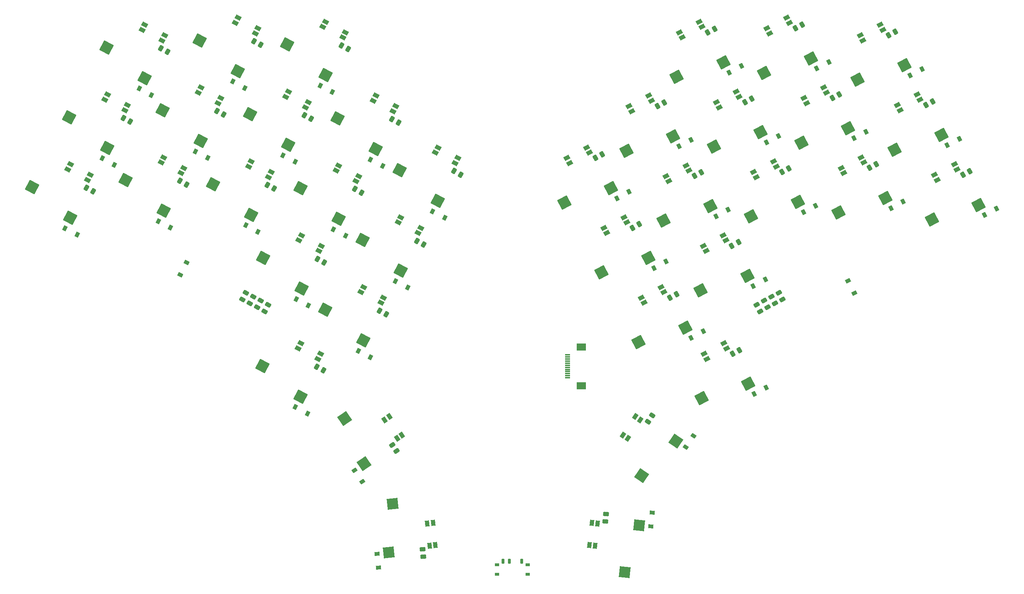
<source format=gbp>
G04 #@! TF.GenerationSoftware,KiCad,Pcbnew,8.0.1*
G04 #@! TF.CreationDate,2025-01-05T22:43:36+02:00*
G04 #@! TF.ProjectId,DeeDee_v1,44656544-6565-45f7-9631-2e6b69636164,v1.0.0*
G04 #@! TF.SameCoordinates,Original*
G04 #@! TF.FileFunction,Paste,Bot*
G04 #@! TF.FilePolarity,Positive*
%FSLAX46Y46*%
G04 Gerber Fmt 4.6, Leading zero omitted, Abs format (unit mm)*
G04 Created by KiCad (PCBNEW 8.0.1) date 2025-01-05 22:43:36*
%MOMM*%
%LPD*%
G01*
G04 APERTURE LIST*
G04 Aperture macros list*
%AMRoundRect*
0 Rectangle with rounded corners*
0 $1 Rounding radius*
0 $2 $3 $4 $5 $6 $7 $8 $9 X,Y pos of 4 corners*
0 Add a 4 corners polygon primitive as box body*
4,1,4,$2,$3,$4,$5,$6,$7,$8,$9,$2,$3,0*
0 Add four circle primitives for the rounded corners*
1,1,$1+$1,$2,$3*
1,1,$1+$1,$4,$5*
1,1,$1+$1,$6,$7*
1,1,$1+$1,$8,$9*
0 Add four rect primitives between the rounded corners*
20,1,$1+$1,$2,$3,$4,$5,0*
20,1,$1+$1,$4,$5,$6,$7,0*
20,1,$1+$1,$6,$7,$8,$9,0*
20,1,$1+$1,$8,$9,$2,$3,0*%
%AMRotRect*
0 Rectangle, with rotation*
0 The origin of the aperture is its center*
0 $1 length*
0 $2 width*
0 $3 Rotation angle, in degrees counterclockwise*
0 Add horizontal line*
21,1,$1,$2,0,0,$3*%
G04 Aperture macros list end*
%ADD10R,1.300000X0.300000*%
%ADD11R,2.200000X1.800000*%
%ADD12RoundRect,0.250000X0.519855X0.034014X0.226279X0.469259X-0.519855X-0.034014X-0.226279X-0.469259X0*%
%ADD13RoundRect,0.250000X0.474974X-0.214024X0.420096X0.308100X-0.474974X0.214024X-0.420096X-0.308100X0*%
%ADD14RoundRect,0.250000X0.443036X0.274090X-0.020512X0.520563X-0.443036X-0.274090X0.020512X-0.520563X0*%
%ADD15RoundRect,0.250000X-0.020512X-0.520563X0.443036X-0.274090X0.020512X0.520563X-0.443036X0.274090X0*%
%ADD16RoundRect,0.250000X0.420096X-0.308100X0.474974X0.214024X-0.420096X0.308100X-0.474974X-0.214024X0*%
%ADD17RoundRect,0.250000X0.226279X-0.469259X0.519855X-0.034014X-0.226279X0.469259X-0.519855X0.034014X0*%
%ADD18RoundRect,0.250000X0.274090X-0.443036X0.520563X0.020512X-0.274090X0.443036X-0.520563X-0.020512X0*%
%ADD19RoundRect,0.090000X-0.210000X-0.535000X0.210000X-0.535000X0.210000X0.535000X-0.210000X0.535000X0*%
%ADD20RoundRect,0.105000X0.445000X-0.245000X0.445000X0.245000X-0.445000X0.245000X-0.445000X-0.245000X0*%
%ADD21RoundRect,0.250000X0.520563X-0.020512X0.274090X0.443036X-0.520563X0.020512X-0.274090X-0.443036X0*%
%ADD22RotRect,1.400000X1.000000X28.000000*%
%ADD23RotRect,0.900000X1.200000X96.000000*%
%ADD24RotRect,2.600000X2.600000X152.000000*%
%ADD25RotRect,0.900000X1.200000X124.000000*%
%ADD26RotRect,1.400000X1.000000X332.000000*%
%ADD27RotRect,2.600000X2.600000X208.000000*%
%ADD28RotRect,0.900000X1.200000X152.000000*%
%ADD29RotRect,0.900000X1.200000X62.000000*%
%ADD30RotRect,2.600000X2.600000X264.000000*%
%ADD31RotRect,0.900000X1.200000X208.000000*%
%ADD32RotRect,1.400000X1.000000X84.000000*%
%ADD33RotRect,1.400000X1.000000X56.000000*%
%ADD34RotRect,1.400000X1.000000X304.000000*%
%ADD35RotRect,2.600000X2.600000X236.000000*%
%ADD36RotRect,2.600000X2.600000X96.000000*%
%ADD37RotRect,2.600000X2.600000X124.000000*%
%ADD38RotRect,0.900000X1.200000X264.000000*%
%ADD39RotRect,0.900000X1.200000X236.000000*%
%ADD40RotRect,0.900000X1.200000X118.000000*%
%ADD41RotRect,1.400000X1.000000X276.000000*%
G04 APERTURE END LIST*
D10*
X219056467Y-144986688D03*
X219056468Y-144486689D03*
X219056467Y-143986688D03*
X219056466Y-143486687D03*
X219056466Y-142986689D03*
X219056467Y-142486688D03*
X219056467Y-141986688D03*
X219056466Y-141486687D03*
X219056466Y-140986689D03*
X219056467Y-140486688D03*
X219056470Y-139986688D03*
X219056467Y-139486688D03*
D11*
X222306466Y-137586688D03*
X222306466Y-146886688D03*
D12*
X178014106Y-162621365D03*
X176993576Y-161108373D03*
D13*
X184401861Y-188005294D03*
X184211097Y-186190294D03*
D14*
X169579444Y-100490099D03*
X167968062Y-99633315D03*
X193397521Y-96165841D03*
X191786139Y-95309057D03*
X160457012Y-143207555D03*
X158845630Y-142350771D03*
D15*
X258458503Y-113275592D03*
X260069885Y-112418808D03*
X291541037Y-94552725D03*
X293152419Y-93695941D03*
X261619832Y-78750153D03*
X263231214Y-77893369D03*
D14*
X178499407Y-83714091D03*
X176888025Y-82857307D03*
D16*
X228099570Y-179551858D03*
X228290334Y-177736858D03*
D15*
X270539794Y-95526153D03*
X272151176Y-94669369D03*
X313950702Y-96228138D03*
X315562084Y-95371354D03*
D14*
X166418115Y-65964656D03*
X164806733Y-65107872D03*
X127576949Y-98543237D03*
X125965567Y-97686453D03*
D17*
X238351970Y-155574546D03*
X239372502Y-154061554D03*
D15*
X240618582Y-79723584D03*
X242229964Y-78866800D03*
X273701113Y-61000716D03*
X275312495Y-60143932D03*
D14*
X175557605Y-129717851D03*
X173946223Y-128861067D03*
D18*
X140970743Y-126178518D03*
X141827529Y-124567139D03*
X142758711Y-127129199D03*
X143615499Y-125517818D03*
X144546681Y-128079880D03*
X145403469Y-126468499D03*
X146334651Y-129030559D03*
X147191437Y-127419180D03*
D15*
X243560382Y-125727347D03*
X245171764Y-124870563D03*
X258660978Y-139217045D03*
X260272360Y-138360261D03*
X225720466Y-92175336D03*
X227331848Y-91318552D03*
X282621078Y-77776722D03*
X284232460Y-76919938D03*
X252699872Y-61974153D03*
X254311254Y-61117369D03*
X296110784Y-62676130D03*
X297722166Y-61819346D03*
D19*
X208056467Y-189101038D03*
X205056468Y-189101040D03*
X203556469Y-189101040D03*
D20*
X209506469Y-192251040D03*
X209506469Y-189951041D03*
X202106467Y-192251037D03*
X202106467Y-189951038D03*
D14*
X105167283Y-100218644D03*
X103555901Y-99361860D03*
X123007199Y-66666638D03*
X121395817Y-65809854D03*
X160659484Y-117266102D03*
X159048102Y-116409318D03*
X184477559Y-112941845D03*
X182866177Y-112085061D03*
X157498154Y-82740662D03*
X155886772Y-81883878D03*
X136496904Y-81767234D03*
X134885522Y-80910450D03*
X114087243Y-83442640D03*
X112475861Y-82585856D03*
D21*
X265278285Y-129030559D03*
X264421499Y-127419180D03*
X267066255Y-128079880D03*
X266209469Y-126468499D03*
X268854223Y-127129199D03*
X267997437Y-125517818D03*
X270642193Y-126178518D03*
X269785407Y-124567139D03*
D15*
X249538543Y-96499590D03*
X251149925Y-95642806D03*
D14*
X148578196Y-99516662D03*
X146966814Y-98659878D03*
D15*
X305030744Y-79452133D03*
X306642126Y-78595349D03*
X234640426Y-108951339D03*
X236251808Y-108094555D03*
D14*
X145416866Y-64991222D03*
X143805484Y-64134438D03*
D22*
X269131860Y-94236145D03*
X268474599Y-93000017D03*
X263706682Y-95535163D03*
X264363943Y-96771291D03*
D23*
X173667328Y-190629234D03*
X173322384Y-187347312D03*
D22*
X290133113Y-93262711D03*
X289475852Y-92026583D03*
X284707935Y-94561729D03*
X285365196Y-95797857D03*
D24*
X173006647Y-90023989D03*
X163841438Y-82659106D03*
D22*
X257253052Y-137927030D03*
X256595791Y-136690902D03*
X251827874Y-139226048D03*
X252485135Y-140462176D03*
D25*
X169767937Y-169977718D03*
X167922601Y-167241894D03*
D26*
X168250232Y-97744718D03*
X168907493Y-96508590D03*
X164139576Y-93973444D03*
X163482315Y-95209572D03*
D22*
X224312540Y-90885320D03*
X223655279Y-89649192D03*
X218887362Y-92184338D03*
X219544623Y-93420466D03*
D27*
X299881795Y-69901497D03*
X288650912Y-73381408D03*
D24*
X139924108Y-71301125D03*
X130758899Y-63936242D03*
D26*
X183148352Y-110196469D03*
X183805613Y-108960341D03*
X179037696Y-106425195D03*
X178380435Y-107661323D03*
D28*
X162590785Y-76331274D03*
X159677057Y-74782020D03*
X189570193Y-106532456D03*
X186656465Y-104983202D03*
D29*
X126060987Y-120218702D03*
X127610241Y-117304974D03*
D26*
X174228389Y-126972471D03*
X174885650Y-125736343D03*
X170117733Y-123201197D03*
X169460472Y-124437325D03*
D28*
X156629682Y-153574168D03*
X153715954Y-152024914D03*
X156832156Y-127632716D03*
X153918428Y-126083462D03*
D26*
X165088903Y-63219277D03*
X165746164Y-61983149D03*
X160978247Y-59448003D03*
X160320986Y-60684131D03*
D27*
X317721713Y-103453509D03*
X306490830Y-106933420D03*
D26*
X103838074Y-97473268D03*
X104495335Y-96237140D03*
X99727418Y-93701994D03*
X99070157Y-94938122D03*
D30*
X236198386Y-180465925D03*
X232803135Y-191722689D03*
D26*
X121677993Y-63921259D03*
X122335254Y-62685131D03*
X117567337Y-60149985D03*
X116910076Y-61386113D03*
D31*
X257604024Y-104612746D03*
X254690296Y-106161998D03*
D24*
X164086689Y-106799995D03*
X154921480Y-99435112D03*
D22*
X248130619Y-95209577D03*
X247473358Y-93973449D03*
X242705441Y-96508595D03*
X243362702Y-97744723D03*
D26*
X156168944Y-79995285D03*
X156826205Y-78759157D03*
X152058288Y-76224011D03*
X151401027Y-77460139D03*
D27*
X262431990Y-146442412D03*
X251201107Y-149922323D03*
D31*
X313096221Y-87565287D03*
X310182493Y-89114539D03*
D24*
X154964251Y-149517458D03*
X145799042Y-142152575D03*
D31*
X260765351Y-70087306D03*
X257851623Y-71636558D03*
X304176264Y-70789282D03*
X301262536Y-72338534D03*
X233785942Y-100288489D03*
X230872214Y-101837741D03*
D27*
X229491476Y-99400699D03*
X218260593Y-102880610D03*
D28*
X119179876Y-77033251D03*
X116266148Y-75483997D03*
D27*
X265390844Y-85975525D03*
X254159961Y-89455436D03*
D28*
X165752114Y-110856710D03*
X162838386Y-109307456D03*
D31*
X242705904Y-117064491D03*
X239792176Y-118613743D03*
D28*
X174672074Y-94080707D03*
X171758346Y-92531453D03*
D24*
X122084193Y-104853134D03*
X112918984Y-97488251D03*
X108594487Y-89752538D03*
X99429278Y-82387655D03*
D31*
X322016183Y-104341294D03*
X319102455Y-105890546D03*
D27*
X277472131Y-68226087D03*
X266241248Y-71705998D03*
D28*
X141589536Y-75357844D03*
X138675808Y-73808590D03*
D22*
X233232497Y-107661323D03*
X232575236Y-106425195D03*
X227807319Y-108960341D03*
X228464580Y-110196469D03*
X239210654Y-78433569D03*
X238553393Y-77197441D03*
X233785476Y-79732587D03*
X234442737Y-80968715D03*
D31*
X290686560Y-85889877D03*
X287772832Y-87439129D03*
X299606518Y-102665878D03*
X296692790Y-104215130D03*
D27*
X262229511Y-120500958D03*
X250998628Y-123980869D03*
D32*
X226242788Y-179997717D03*
X224850458Y-179851378D03*
X224286004Y-185221797D03*
X225678334Y-185368136D03*
D26*
X159127795Y-140462175D03*
X159785056Y-139226047D03*
X155017139Y-136690901D03*
X154359878Y-137927029D03*
D24*
X99674528Y-106528543D03*
X90509319Y-99163660D03*
D27*
X256470880Y-69199514D03*
X245239997Y-72679425D03*
D24*
X131004151Y-88077127D03*
X121838942Y-80712244D03*
D26*
X192068307Y-93420465D03*
X192725568Y-92184337D03*
X187957651Y-89649191D03*
X187300390Y-90885319D03*
D31*
X266726455Y-147330203D03*
X263812727Y-148879455D03*
D22*
X260211905Y-77460140D03*
X259554644Y-76224012D03*
X254786727Y-78759158D03*
X255443988Y-79995286D03*
D33*
X236503219Y-155096509D03*
X235342566Y-154313639D03*
X232322923Y-158790441D03*
X233483576Y-159573311D03*
D31*
X248684058Y-87836737D03*
X245770330Y-89385989D03*
X281766593Y-69113870D03*
X278852865Y-70663122D03*
X266523982Y-121388747D03*
X263610254Y-122937999D03*
D27*
X295312047Y-101778093D03*
X284081164Y-105258004D03*
D34*
X178129353Y-159573310D03*
X179290006Y-158790440D03*
X176270363Y-154313638D03*
X175109710Y-155096508D03*
D27*
X308801756Y-86677498D03*
X297570873Y-90157409D03*
D26*
X112758033Y-80697265D03*
X113415294Y-79461137D03*
X108647377Y-76925991D03*
X107990116Y-78162119D03*
D22*
X257050577Y-111985575D03*
X256393316Y-110749447D03*
X251625399Y-113284593D03*
X252282660Y-114520721D03*
D31*
X269685314Y-86863310D03*
X266771586Y-88412562D03*
D22*
X281213149Y-76486704D03*
X280555888Y-75250576D03*
X275787971Y-77785722D03*
X276445232Y-79021850D03*
D35*
X245073681Y-160183783D03*
X236791122Y-168528944D03*
D28*
X132669578Y-92133847D03*
X129755850Y-90584593D03*
D27*
X253309557Y-103724956D03*
X242078674Y-107204867D03*
X286392093Y-85002086D03*
X275161210Y-88481997D03*
D22*
X312542777Y-94938121D03*
X311885516Y-93701993D03*
X307117599Y-96237139D03*
X307774860Y-97473267D03*
D24*
X117514445Y-72976532D03*
X108349236Y-65611649D03*
D28*
X101339953Y-110585260D03*
X98426225Y-109036006D03*
D26*
X126247736Y-95797857D03*
X126904997Y-94561729D03*
X122137080Y-92026583D03*
X121479819Y-93262711D03*
D28*
X144750867Y-109883279D03*
X141837139Y-108334025D03*
D22*
X303622817Y-78162112D03*
X302965556Y-76925984D03*
X298197639Y-79461130D03*
X298854900Y-80697258D03*
D28*
X123749618Y-108909846D03*
X120835890Y-107360592D03*
D22*
X272293195Y-59710704D03*
X271635934Y-58474576D03*
X266868017Y-61009722D03*
X267525278Y-62245850D03*
D24*
X152005400Y-89050560D03*
X142840191Y-81685677D03*
D36*
X176099206Y-186980041D03*
X177079852Y-175263350D03*
D37*
X170201963Y-165613979D03*
X165567169Y-154808367D03*
D28*
X171730276Y-140084465D03*
X168816548Y-138535211D03*
D26*
X159330271Y-114520731D03*
X159987532Y-113284603D03*
X155219615Y-110749457D03*
X154562354Y-111985585D03*
D38*
X239335831Y-177402086D03*
X238990887Y-180684008D03*
D28*
X153670825Y-93107277D03*
X150757097Y-91558023D03*
D26*
X135167694Y-79021851D03*
X135824955Y-77785723D03*
X131057038Y-75250577D03*
X130399777Y-76486705D03*
D24*
X187904760Y-102475743D03*
X178739551Y-95110860D03*
D27*
X274310803Y-102751522D03*
X263079920Y-106231433D03*
X238411435Y-116176706D03*
X227180552Y-119656617D03*
D28*
X110259914Y-93809255D03*
X107346186Y-92260001D03*
D31*
X278605270Y-103639308D03*
X275691542Y-105188560D03*
D24*
X143085441Y-105826563D03*
X133920232Y-98461680D03*
X178984805Y-119251743D03*
X169819596Y-111886860D03*
X170064846Y-136027749D03*
X160899637Y-128662866D03*
D22*
X251291947Y-60684133D03*
X250634686Y-59448005D03*
X245866769Y-61983151D03*
X246524030Y-63219279D03*
D39*
X249282264Y-158951522D03*
X247436928Y-161687346D03*
D27*
X244389594Y-86948953D03*
X233158711Y-90428864D03*
D26*
X144087654Y-62245848D03*
X144744915Y-61009720D03*
X139976998Y-58474574D03*
X139319737Y-59710702D03*
D27*
X247331397Y-132952713D03*
X236100514Y-136432624D03*
D26*
X177170187Y-80968715D03*
X177827448Y-79732587D03*
X173059531Y-77197441D03*
X172402270Y-78433569D03*
X147248985Y-96771286D03*
X147906246Y-95535158D03*
X143138329Y-93000012D03*
X142481068Y-94236140D03*
D40*
X287899303Y-124633433D03*
X286350051Y-121719705D03*
D31*
X251625863Y-133840496D03*
X248712135Y-135389748D03*
D22*
X242152456Y-124437325D03*
X241495195Y-123201197D03*
X236727278Y-125736343D03*
X237384539Y-126972471D03*
D24*
X155166728Y-123576002D03*
X146001519Y-116211119D03*
X160925362Y-72274552D03*
X151760153Y-64909669D03*
D41*
X185934594Y-185368134D03*
X187326924Y-185221796D03*
X186762470Y-179851376D03*
X185370140Y-179997714D03*
D28*
X180650228Y-123308465D03*
X177736500Y-121759211D03*
D22*
X294702855Y-61386111D03*
X294045594Y-60149983D03*
X289277677Y-62685129D03*
X289934938Y-63921257D03*
M02*

</source>
